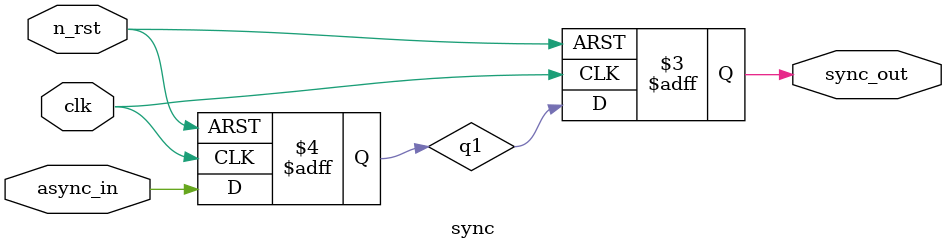
<source format=sv>

module sync
(
  input wire clk,
  input wire n_rst,
  input wire async_in,
  output reg sync_out
);

reg q1;


always_ff @ (posedge clk, negedge n_rst)
begin : sync
	if(1'b0 == n_rst) 
	begin
    		q1 <= 0;
		sync_out <= 0;
  	end 
	else 
	begin
    		q1 <= async_in;
    		sync_out <= q1;
  	end
end


endmodule

</source>
